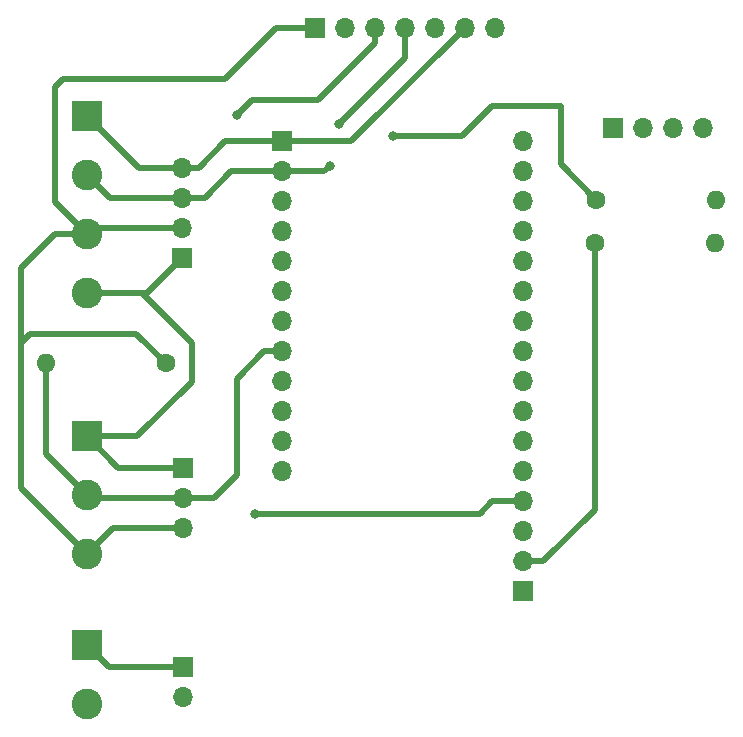
<source format=gbr>
%TF.GenerationSoftware,KiCad,Pcbnew,5.1.6-c6e7f7d~87~ubuntu18.04.1*%
%TF.CreationDate,2020-11-02T17:54:18-05:00*%
%TF.ProjectId,remote,72656d6f-7465-42e6-9b69-6361645f7063,rev?*%
%TF.SameCoordinates,Original*%
%TF.FileFunction,Copper,L1,Top*%
%TF.FilePolarity,Positive*%
%FSLAX46Y46*%
G04 Gerber Fmt 4.6, Leading zero omitted, Abs format (unit mm)*
G04 Created by KiCad (PCBNEW 5.1.6-c6e7f7d~87~ubuntu18.04.1) date 2020-11-02 17:54:18*
%MOMM*%
%LPD*%
G01*
G04 APERTURE LIST*
%TA.AperFunction,ComponentPad*%
%ADD10O,1.700000X1.700000*%
%TD*%
%TA.AperFunction,ComponentPad*%
%ADD11R,1.700000X1.700000*%
%TD*%
%TA.AperFunction,ComponentPad*%
%ADD12O,1.600000X1.600000*%
%TD*%
%TA.AperFunction,ComponentPad*%
%ADD13C,1.600000*%
%TD*%
%TA.AperFunction,ComponentPad*%
%ADD14C,2.600000*%
%TD*%
%TA.AperFunction,ComponentPad*%
%ADD15R,2.600000X2.600000*%
%TD*%
%TA.AperFunction,ViaPad*%
%ADD16C,0.800000*%
%TD*%
%TA.AperFunction,Conductor*%
%ADD17C,0.508000*%
%TD*%
G04 APERTURE END LIST*
D10*
%TO.P,J9,7*%
%TO.N,N/C*%
X121920000Y-51308000D03*
%TO.P,J9,6*%
%TO.N,SDA*%
X119380000Y-51308000D03*
%TO.P,J9,5*%
%TO.N,N/C*%
X116840000Y-51308000D03*
%TO.P,J9,4*%
%TO.N,SCL*%
X114300000Y-51308000D03*
%TO.P,J9,3*%
%TO.N,GND*%
X111760000Y-51308000D03*
%TO.P,J9,2*%
%TO.N,N/C*%
X109220000Y-51308000D03*
D11*
%TO.P,J9,1*%
%TO.N,+3V3*%
X106680000Y-51308000D03*
%TD*%
D10*
%TO.P,J10,4*%
%TO.N,SDA*%
X95430000Y-63155000D03*
%TO.P,J10,3*%
%TO.N,SCL*%
X95430000Y-65695000D03*
%TO.P,J10,2*%
%TO.N,+3V3*%
X95430000Y-68235000D03*
D11*
%TO.P,J10,1*%
%TO.N,GND*%
X95430000Y-70775000D03*
%TD*%
D12*
%TO.P,R3,2*%
%TO.N,SDA*%
X140535000Y-69525000D03*
D13*
%TO.P,R3,1*%
%TO.N,+3V3*%
X130375000Y-69525000D03*
%TD*%
D12*
%TO.P,R2,2*%
%TO.N,SCL*%
X140660000Y-65850000D03*
D13*
%TO.P,R2,1*%
%TO.N,+3V3*%
X130500000Y-65850000D03*
%TD*%
D12*
%TO.P,R1,2*%
%TO.N,Net-(J1-Pad2)*%
X83891000Y-79688000D03*
D13*
%TO.P,R1,1*%
%TO.N,+3V3*%
X94051000Y-79688000D03*
%TD*%
D14*
%TO.P,J8,2*%
%TO.N,Net-(J5-Pad2)*%
X87376000Y-108563000D03*
D15*
%TO.P,J8,1*%
%TO.N,GND*%
X87376000Y-103563000D03*
%TD*%
D11*
%TO.P,J7,1*%
%TO.N,N/C*%
X124300000Y-99000000D03*
D10*
%TO.P,J7,2*%
%TO.N,+3V3*%
X124300000Y-96460000D03*
%TO.P,J7,3*%
%TO.N,N/C*%
X124300000Y-93920000D03*
%TO.P,J7,4*%
%TO.N,GND*%
X124300000Y-91380000D03*
%TO.P,J7,5*%
%TO.N,N/C*%
X124300000Y-88840000D03*
%TO.P,J7,6*%
X124300000Y-86300000D03*
%TO.P,J7,7*%
X124300000Y-83760000D03*
%TO.P,J7,8*%
X124300000Y-81220000D03*
%TO.P,J7,9*%
X124300000Y-78680000D03*
%TO.P,J7,10*%
X124300000Y-76140000D03*
%TO.P,J7,11*%
X124300000Y-73600000D03*
%TO.P,J7,12*%
X124300000Y-71060000D03*
%TO.P,J7,13*%
X124300000Y-68520000D03*
%TO.P,J7,14*%
X124300000Y-65980000D03*
%TO.P,J7,15*%
X124300000Y-63440000D03*
%TO.P,J7,16*%
X124300000Y-60900000D03*
%TD*%
%TO.P,J6,12*%
%TO.N,Net-(J5-Pad2)*%
X103900000Y-88840000D03*
%TO.P,J6,11*%
%TO.N,N/C*%
X103900000Y-86300000D03*
%TO.P,J6,10*%
X103900000Y-83760000D03*
%TO.P,J6,9*%
X103900000Y-81220000D03*
%TO.P,J6,8*%
%TO.N,Net-(J1-Pad2)*%
X103900000Y-78680000D03*
%TO.P,J6,7*%
%TO.N,N/C*%
X103900000Y-76140000D03*
%TO.P,J6,6*%
X103900000Y-73600000D03*
%TO.P,J6,5*%
X103900000Y-71060000D03*
%TO.P,J6,4*%
X103900000Y-68520000D03*
%TO.P,J6,3*%
X103900000Y-65980000D03*
%TO.P,J6,2*%
%TO.N,SCL*%
X103900000Y-63440000D03*
D11*
%TO.P,J6,1*%
%TO.N,SDA*%
X103900000Y-60900000D03*
%TD*%
D10*
%TO.P,J5,2*%
%TO.N,Net-(J5-Pad2)*%
X95504000Y-107950000D03*
D11*
%TO.P,J5,1*%
%TO.N,GND*%
X95504000Y-105410000D03*
%TD*%
D14*
%TO.P,J4,4*%
%TO.N,GND*%
X87401000Y-73763000D03*
%TO.P,J4,3*%
%TO.N,+3V3*%
X87401000Y-68763000D03*
%TO.P,J4,2*%
%TO.N,SCL*%
X87401000Y-63763000D03*
D15*
%TO.P,J4,1*%
%TO.N,SDA*%
X87401000Y-58763000D03*
%TD*%
D10*
%TO.P,J3,4*%
%TO.N,SDA*%
X139595000Y-59775000D03*
%TO.P,J3,3*%
%TO.N,SCL*%
X137055000Y-59775000D03*
%TO.P,J3,2*%
%TO.N,+3V3*%
X134515000Y-59775000D03*
D11*
%TO.P,J3,1*%
%TO.N,GND*%
X131975000Y-59775000D03*
%TD*%
D14*
%TO.P,J2,3*%
%TO.N,+3V3*%
X87376000Y-95888000D03*
%TO.P,J2,2*%
%TO.N,Net-(J1-Pad2)*%
X87376000Y-90888000D03*
D15*
%TO.P,J2,1*%
%TO.N,GND*%
X87376000Y-85888000D03*
%TD*%
D10*
%TO.P,J1,3*%
%TO.N,+3V3*%
X95504000Y-93630000D03*
%TO.P,J1,2*%
%TO.N,Net-(J1-Pad2)*%
X95504000Y-91090000D03*
D11*
%TO.P,J1,1*%
%TO.N,GND*%
X95504000Y-88550000D03*
%TD*%
D16*
%TO.N,+3V3*%
X113284000Y-60452000D03*
%TO.N,GND*%
X100076000Y-58674000D03*
X101600000Y-92456000D03*
%TO.N,SCL*%
X107950000Y-62992000D03*
X108712000Y-59436000D03*
%TD*%
D17*
%TO.N,+3V3*%
X89634000Y-93630000D02*
X87376000Y-95888000D01*
X95504000Y-93630000D02*
X89634000Y-93630000D01*
X87376000Y-95888000D02*
X81788000Y-90300000D01*
X81788000Y-90300000D02*
X81788000Y-77978000D01*
X81788000Y-77978000D02*
X82550000Y-77216000D01*
X91579000Y-77216000D02*
X94051000Y-79688000D01*
X82550000Y-77216000D02*
X91579000Y-77216000D01*
X87929000Y-68235000D02*
X87401000Y-68763000D01*
X95430000Y-68235000D02*
X87929000Y-68235000D01*
X87401000Y-68763000D02*
X84678000Y-66040000D01*
X84678000Y-66040000D02*
X84678000Y-56292000D01*
X84678000Y-56292000D02*
X85344000Y-55626000D01*
X85344000Y-55626000D02*
X99060000Y-55626000D01*
X103378000Y-51308000D02*
X106680000Y-51308000D01*
X99060000Y-55626000D02*
X103378000Y-51308000D01*
X130500000Y-65850000D02*
X127508000Y-62858000D01*
X127508000Y-62858000D02*
X127508000Y-57912000D01*
X127508000Y-57912000D02*
X121666000Y-57912000D01*
X121666000Y-57912000D02*
X119126000Y-60452000D01*
X119126000Y-60452000D02*
X113284000Y-60452000D01*
X130375000Y-69525000D02*
X130375000Y-92129000D01*
X126044000Y-96460000D02*
X130375000Y-92129000D01*
X124300000Y-96460000D02*
X126044000Y-96460000D01*
X87401000Y-68763000D02*
X84653000Y-68763000D01*
X81788000Y-71628000D02*
X81788000Y-77978000D01*
X84653000Y-68763000D02*
X81788000Y-71628000D01*
%TO.N,Net-(J1-Pad2)*%
X87578000Y-91090000D02*
X87376000Y-90888000D01*
X95504000Y-91090000D02*
X87578000Y-91090000D01*
X83891000Y-87403000D02*
X83891000Y-79688000D01*
X87376000Y-90888000D02*
X83891000Y-87403000D01*
X103900000Y-78680000D02*
X102422000Y-78680000D01*
X102422000Y-78680000D02*
X100076000Y-81026000D01*
X100076000Y-81026000D02*
X100076000Y-89154000D01*
X98140000Y-91090000D02*
X95504000Y-91090000D01*
X100076000Y-89154000D02*
X98140000Y-91090000D01*
%TO.N,GND*%
X89223000Y-105410000D02*
X87376000Y-103563000D01*
X95504000Y-105410000D02*
X89223000Y-105410000D01*
X90038000Y-88550000D02*
X87376000Y-85888000D01*
X95504000Y-88550000D02*
X90038000Y-88550000D01*
X87376000Y-85888000D02*
X91658000Y-85888000D01*
X91658000Y-85888000D02*
X96266000Y-81280000D01*
X96266000Y-81280000D02*
X96266000Y-77978000D01*
X92051000Y-73763000D02*
X87401000Y-73763000D01*
X96266000Y-77978000D02*
X92051000Y-73763000D01*
X92442000Y-73763000D02*
X95430000Y-70775000D01*
X92051000Y-73763000D02*
X92442000Y-73763000D01*
X111760000Y-51308000D02*
X111760000Y-52578000D01*
X111760000Y-52578000D02*
X106934000Y-57404000D01*
X106934000Y-57404000D02*
X101346000Y-57404000D01*
X101346000Y-57404000D02*
X100076000Y-58674000D01*
X101600000Y-92456000D02*
X120650000Y-92456000D01*
X121726000Y-91380000D02*
X124300000Y-91380000D01*
X120650000Y-92456000D02*
X121726000Y-91380000D01*
%TO.N,SDA*%
X95430000Y-63155000D02*
X96865000Y-63155000D01*
X99120000Y-60900000D02*
X103900000Y-60900000D01*
X96865000Y-63155000D02*
X99120000Y-60900000D01*
X91793000Y-63155000D02*
X87401000Y-58763000D01*
X95430000Y-63155000D02*
X91793000Y-63155000D01*
X109788000Y-60900000D02*
X103900000Y-60900000D01*
X119380000Y-51308000D02*
X109788000Y-60900000D01*
%TO.N,SCL*%
X89333000Y-65695000D02*
X87401000Y-63763000D01*
X95430000Y-65695000D02*
X89333000Y-65695000D01*
X103900000Y-63440000D02*
X99628000Y-63440000D01*
X97373000Y-65695000D02*
X95430000Y-65695000D01*
X99628000Y-63440000D02*
X97373000Y-65695000D01*
X103900000Y-63440000D02*
X107502000Y-63440000D01*
X107502000Y-63440000D02*
X107950000Y-62992000D01*
X114300000Y-53848000D02*
X114300000Y-51308000D01*
X108712000Y-59436000D02*
X114300000Y-53848000D01*
%TD*%
M02*

</source>
